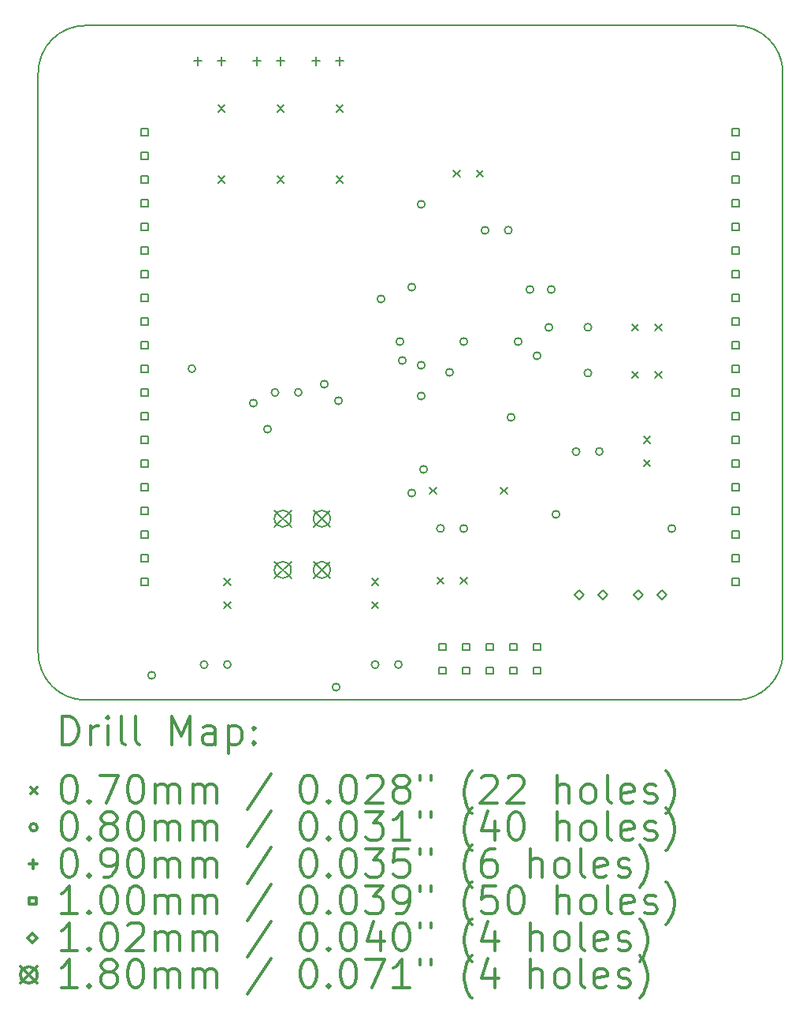
<source format=gbr>
%FSLAX45Y45*%
G04 Gerber Fmt 4.5, Leading zero omitted, Abs format (unit mm)*
G04 Created by KiCad (PCBNEW 4.0.7) date Wed Apr 18 20:52:39 2018*
%MOMM*%
%LPD*%
G01*
G04 APERTURE LIST*
%ADD10C,0.127000*%
%ADD11C,0.200000*%
%ADD12C,0.300000*%
G04 APERTURE END LIST*
D10*
D11*
X4064000Y-2349500D02*
X11049000Y-2349500D01*
X3556000Y-9080500D02*
X3556000Y-2857500D01*
X4064000Y-9588500D02*
X11049000Y-9588500D01*
X11557000Y-2857500D02*
X11557000Y-9080500D01*
X11049000Y-9588500D02*
G75*
G03X11557000Y-9080500I0J508000D01*
G01*
X3556000Y-9080500D02*
G75*
G03X4064000Y-9588500I508000J0D01*
G01*
X4064000Y-2349500D02*
G75*
G03X3556000Y-2857500I0J-508000D01*
G01*
X11557000Y-2857500D02*
G75*
G03X11049000Y-2349500I-508000J0D01*
G01*
D11*
X5489500Y-3203500D02*
X5559500Y-3273500D01*
X5559500Y-3203500D02*
X5489500Y-3273500D01*
X5489500Y-3965500D02*
X5559500Y-4035500D01*
X5559500Y-3965500D02*
X5489500Y-4035500D01*
X5553000Y-8283500D02*
X5623000Y-8353500D01*
X5623000Y-8283500D02*
X5553000Y-8353500D01*
X5553000Y-8533500D02*
X5623000Y-8603500D01*
X5623000Y-8533500D02*
X5553000Y-8603500D01*
X6124500Y-3203500D02*
X6194500Y-3273500D01*
X6194500Y-3203500D02*
X6124500Y-3273500D01*
X6124500Y-3965500D02*
X6194500Y-4035500D01*
X6194500Y-3965500D02*
X6124500Y-4035500D01*
X6759500Y-3203500D02*
X6829500Y-3273500D01*
X6829500Y-3203500D02*
X6759500Y-3273500D01*
X6759500Y-3965500D02*
X6829500Y-4035500D01*
X6829500Y-3965500D02*
X6759500Y-4035500D01*
X7140500Y-8283500D02*
X7210500Y-8353500D01*
X7210500Y-8283500D02*
X7140500Y-8353500D01*
X7140500Y-8533500D02*
X7210500Y-8603500D01*
X7210500Y-8533500D02*
X7140500Y-8603500D01*
X7762800Y-7305600D02*
X7832800Y-7375600D01*
X7832800Y-7305600D02*
X7762800Y-7375600D01*
X7843000Y-8270800D02*
X7913000Y-8340800D01*
X7913000Y-8270800D02*
X7843000Y-8340800D01*
X8016800Y-3902000D02*
X8086800Y-3972000D01*
X8086800Y-3902000D02*
X8016800Y-3972000D01*
X8093000Y-8270800D02*
X8163000Y-8340800D01*
X8163000Y-8270800D02*
X8093000Y-8340800D01*
X8266800Y-3902000D02*
X8336800Y-3972000D01*
X8336800Y-3902000D02*
X8266800Y-3972000D01*
X8524800Y-7305600D02*
X8594800Y-7375600D01*
X8594800Y-7305600D02*
X8524800Y-7375600D01*
X9934500Y-5553000D02*
X10004500Y-5623000D01*
X10004500Y-5553000D02*
X9934500Y-5623000D01*
X9934500Y-6061000D02*
X10004500Y-6131000D01*
X10004500Y-6061000D02*
X9934500Y-6131000D01*
X10061500Y-6759500D02*
X10131500Y-6829500D01*
X10131500Y-6759500D02*
X10061500Y-6829500D01*
X10061500Y-7009500D02*
X10131500Y-7079500D01*
X10131500Y-7009500D02*
X10061500Y-7079500D01*
X10184500Y-5553000D02*
X10254500Y-5623000D01*
X10254500Y-5553000D02*
X10184500Y-5623000D01*
X10184500Y-6061000D02*
X10254500Y-6131000D01*
X10254500Y-6061000D02*
X10184500Y-6131000D01*
X4815200Y-9321800D02*
G75*
G03X4815200Y-9321800I-40000J0D01*
G01*
X5247000Y-6032500D02*
G75*
G03X5247000Y-6032500I-40000J0D01*
G01*
X5378000Y-9207500D02*
G75*
G03X5378000Y-9207500I-40000J0D01*
G01*
X5628000Y-9207500D02*
G75*
G03X5628000Y-9207500I-40000J0D01*
G01*
X5907400Y-6400800D02*
G75*
G03X5907400Y-6400800I-40000J0D01*
G01*
X6059800Y-6680200D02*
G75*
G03X6059800Y-6680200I-40000J0D01*
G01*
X6140000Y-6286500D02*
G75*
G03X6140000Y-6286500I-40000J0D01*
G01*
X6390000Y-6286500D02*
G75*
G03X6390000Y-6286500I-40000J0D01*
G01*
X6669400Y-6197600D02*
G75*
G03X6669400Y-6197600I-40000J0D01*
G01*
X6796400Y-9448800D02*
G75*
G03X6796400Y-9448800I-40000J0D01*
G01*
X6821800Y-6375400D02*
G75*
G03X6821800Y-6375400I-40000J0D01*
G01*
X7215500Y-9207500D02*
G75*
G03X7215500Y-9207500I-40000J0D01*
G01*
X7279000Y-5283200D02*
G75*
G03X7279000Y-5283200I-40000J0D01*
G01*
X7465500Y-9207500D02*
G75*
G03X7465500Y-9207500I-40000J0D01*
G01*
X7482200Y-5740400D02*
G75*
G03X7482200Y-5740400I-40000J0D01*
G01*
X7507600Y-5943600D02*
G75*
G03X7507600Y-5943600I-40000J0D01*
G01*
X7609200Y-5156200D02*
G75*
G03X7609200Y-5156200I-40000J0D01*
G01*
X7609200Y-7366000D02*
G75*
G03X7609200Y-7366000I-40000J0D01*
G01*
X7710800Y-4267200D02*
G75*
G03X7710800Y-4267200I-40000J0D01*
G01*
X7710800Y-5994400D02*
G75*
G03X7710800Y-5994400I-40000J0D01*
G01*
X7710800Y-6324600D02*
G75*
G03X7710800Y-6324600I-40000J0D01*
G01*
X7736200Y-7112000D02*
G75*
G03X7736200Y-7112000I-40000J0D01*
G01*
X7918000Y-7747000D02*
G75*
G03X7918000Y-7747000I-40000J0D01*
G01*
X8015600Y-6070600D02*
G75*
G03X8015600Y-6070600I-40000J0D01*
G01*
X8168000Y-5740400D02*
G75*
G03X8168000Y-5740400I-40000J0D01*
G01*
X8168000Y-7747000D02*
G75*
G03X8168000Y-7747000I-40000J0D01*
G01*
X8396600Y-4546600D02*
G75*
G03X8396600Y-4546600I-40000J0D01*
G01*
X8646600Y-4546600D02*
G75*
G03X8646600Y-4546600I-40000J0D01*
G01*
X8676000Y-6553200D02*
G75*
G03X8676000Y-6553200I-40000J0D01*
G01*
X8752200Y-5740400D02*
G75*
G03X8752200Y-5740400I-40000J0D01*
G01*
X8879200Y-5181600D02*
G75*
G03X8879200Y-5181600I-40000J0D01*
G01*
X8955400Y-5892800D02*
G75*
G03X8955400Y-5892800I-40000J0D01*
G01*
X9082400Y-5588000D02*
G75*
G03X9082400Y-5588000I-40000J0D01*
G01*
X9107800Y-5181600D02*
G75*
G03X9107800Y-5181600I-40000J0D01*
G01*
X9158600Y-7594600D02*
G75*
G03X9158600Y-7594600I-40000J0D01*
G01*
X9374500Y-6921500D02*
G75*
G03X9374500Y-6921500I-40000J0D01*
G01*
X9501500Y-5588000D02*
G75*
G03X9501500Y-5588000I-40000J0D01*
G01*
X9501500Y-6078000D02*
G75*
G03X9501500Y-6078000I-40000J0D01*
G01*
X9624500Y-6921500D02*
G75*
G03X9624500Y-6921500I-40000J0D01*
G01*
X10403200Y-7747000D02*
G75*
G03X10403200Y-7747000I-40000J0D01*
G01*
X5270500Y-2685500D02*
X5270500Y-2775500D01*
X5225500Y-2730500D02*
X5315500Y-2730500D01*
X5524500Y-2685500D02*
X5524500Y-2775500D01*
X5479500Y-2730500D02*
X5569500Y-2730500D01*
X5905500Y-2685500D02*
X5905500Y-2775500D01*
X5860500Y-2730500D02*
X5950500Y-2730500D01*
X6159500Y-2685500D02*
X6159500Y-2775500D01*
X6114500Y-2730500D02*
X6204500Y-2730500D01*
X6540500Y-2685500D02*
X6540500Y-2775500D01*
X6495500Y-2730500D02*
X6585500Y-2730500D01*
X6794500Y-2685500D02*
X6794500Y-2775500D01*
X6749500Y-2730500D02*
X6839500Y-2730500D01*
X4734356Y-3527856D02*
X4734356Y-3457144D01*
X4663644Y-3457144D01*
X4663644Y-3527856D01*
X4734356Y-3527856D01*
X4734356Y-3781856D02*
X4734356Y-3711144D01*
X4663644Y-3711144D01*
X4663644Y-3781856D01*
X4734356Y-3781856D01*
X4734356Y-4035856D02*
X4734356Y-3965144D01*
X4663644Y-3965144D01*
X4663644Y-4035856D01*
X4734356Y-4035856D01*
X4734356Y-4289856D02*
X4734356Y-4219144D01*
X4663644Y-4219144D01*
X4663644Y-4289856D01*
X4734356Y-4289856D01*
X4734356Y-4543856D02*
X4734356Y-4473144D01*
X4663644Y-4473144D01*
X4663644Y-4543856D01*
X4734356Y-4543856D01*
X4734356Y-4797856D02*
X4734356Y-4727144D01*
X4663644Y-4727144D01*
X4663644Y-4797856D01*
X4734356Y-4797856D01*
X4734356Y-5051856D02*
X4734356Y-4981144D01*
X4663644Y-4981144D01*
X4663644Y-5051856D01*
X4734356Y-5051856D01*
X4734356Y-5305856D02*
X4734356Y-5235144D01*
X4663644Y-5235144D01*
X4663644Y-5305856D01*
X4734356Y-5305856D01*
X4734356Y-5559856D02*
X4734356Y-5489144D01*
X4663644Y-5489144D01*
X4663644Y-5559856D01*
X4734356Y-5559856D01*
X4734356Y-5813856D02*
X4734356Y-5743144D01*
X4663644Y-5743144D01*
X4663644Y-5813856D01*
X4734356Y-5813856D01*
X4734356Y-6067856D02*
X4734356Y-5997144D01*
X4663644Y-5997144D01*
X4663644Y-6067856D01*
X4734356Y-6067856D01*
X4734356Y-6321856D02*
X4734356Y-6251144D01*
X4663644Y-6251144D01*
X4663644Y-6321856D01*
X4734356Y-6321856D01*
X4734356Y-6575856D02*
X4734356Y-6505144D01*
X4663644Y-6505144D01*
X4663644Y-6575856D01*
X4734356Y-6575856D01*
X4734356Y-6829856D02*
X4734356Y-6759144D01*
X4663644Y-6759144D01*
X4663644Y-6829856D01*
X4734356Y-6829856D01*
X4734356Y-7083856D02*
X4734356Y-7013144D01*
X4663644Y-7013144D01*
X4663644Y-7083856D01*
X4734356Y-7083856D01*
X4734356Y-7337856D02*
X4734356Y-7267144D01*
X4663644Y-7267144D01*
X4663644Y-7337856D01*
X4734356Y-7337856D01*
X4734356Y-7591856D02*
X4734356Y-7521144D01*
X4663644Y-7521144D01*
X4663644Y-7591856D01*
X4734356Y-7591856D01*
X4734356Y-7845856D02*
X4734356Y-7775144D01*
X4663644Y-7775144D01*
X4663644Y-7845856D01*
X4734356Y-7845856D01*
X4734356Y-8099856D02*
X4734356Y-8029144D01*
X4663644Y-8029144D01*
X4663644Y-8099856D01*
X4734356Y-8099856D01*
X4734356Y-8353856D02*
X4734356Y-8283144D01*
X4663644Y-8283144D01*
X4663644Y-8353856D01*
X4734356Y-8353856D01*
X7934756Y-9052356D02*
X7934756Y-8981644D01*
X7864044Y-8981644D01*
X7864044Y-9052356D01*
X7934756Y-9052356D01*
X7934756Y-9306356D02*
X7934756Y-9235644D01*
X7864044Y-9235644D01*
X7864044Y-9306356D01*
X7934756Y-9306356D01*
X8188756Y-9052356D02*
X8188756Y-8981644D01*
X8118044Y-8981644D01*
X8118044Y-9052356D01*
X8188756Y-9052356D01*
X8188756Y-9306356D02*
X8188756Y-9235644D01*
X8118044Y-9235644D01*
X8118044Y-9306356D01*
X8188756Y-9306356D01*
X8442756Y-9052356D02*
X8442756Y-8981644D01*
X8372044Y-8981644D01*
X8372044Y-9052356D01*
X8442756Y-9052356D01*
X8442756Y-9306356D02*
X8442756Y-9235644D01*
X8372044Y-9235644D01*
X8372044Y-9306356D01*
X8442756Y-9306356D01*
X8696756Y-9052356D02*
X8696756Y-8981644D01*
X8626044Y-8981644D01*
X8626044Y-9052356D01*
X8696756Y-9052356D01*
X8696756Y-9306356D02*
X8696756Y-9235644D01*
X8626044Y-9235644D01*
X8626044Y-9306356D01*
X8696756Y-9306356D01*
X8950756Y-9052356D02*
X8950756Y-8981644D01*
X8880044Y-8981644D01*
X8880044Y-9052356D01*
X8950756Y-9052356D01*
X8950756Y-9306356D02*
X8950756Y-9235644D01*
X8880044Y-9235644D01*
X8880044Y-9306356D01*
X8950756Y-9306356D01*
X11084356Y-3527856D02*
X11084356Y-3457144D01*
X11013644Y-3457144D01*
X11013644Y-3527856D01*
X11084356Y-3527856D01*
X11084356Y-3781856D02*
X11084356Y-3711144D01*
X11013644Y-3711144D01*
X11013644Y-3781856D01*
X11084356Y-3781856D01*
X11084356Y-4035856D02*
X11084356Y-3965144D01*
X11013644Y-3965144D01*
X11013644Y-4035856D01*
X11084356Y-4035856D01*
X11084356Y-4289856D02*
X11084356Y-4219144D01*
X11013644Y-4219144D01*
X11013644Y-4289856D01*
X11084356Y-4289856D01*
X11084356Y-4543856D02*
X11084356Y-4473144D01*
X11013644Y-4473144D01*
X11013644Y-4543856D01*
X11084356Y-4543856D01*
X11084356Y-4797856D02*
X11084356Y-4727144D01*
X11013644Y-4727144D01*
X11013644Y-4797856D01*
X11084356Y-4797856D01*
X11084356Y-5051856D02*
X11084356Y-4981144D01*
X11013644Y-4981144D01*
X11013644Y-5051856D01*
X11084356Y-5051856D01*
X11084356Y-5305856D02*
X11084356Y-5235144D01*
X11013644Y-5235144D01*
X11013644Y-5305856D01*
X11084356Y-5305856D01*
X11084356Y-5559856D02*
X11084356Y-5489144D01*
X11013644Y-5489144D01*
X11013644Y-5559856D01*
X11084356Y-5559856D01*
X11084356Y-5813856D02*
X11084356Y-5743144D01*
X11013644Y-5743144D01*
X11013644Y-5813856D01*
X11084356Y-5813856D01*
X11084356Y-6067856D02*
X11084356Y-5997144D01*
X11013644Y-5997144D01*
X11013644Y-6067856D01*
X11084356Y-6067856D01*
X11084356Y-6321856D02*
X11084356Y-6251144D01*
X11013644Y-6251144D01*
X11013644Y-6321856D01*
X11084356Y-6321856D01*
X11084356Y-6575856D02*
X11084356Y-6505144D01*
X11013644Y-6505144D01*
X11013644Y-6575856D01*
X11084356Y-6575856D01*
X11084356Y-6829856D02*
X11084356Y-6759144D01*
X11013644Y-6759144D01*
X11013644Y-6829856D01*
X11084356Y-6829856D01*
X11084356Y-7083856D02*
X11084356Y-7013144D01*
X11013644Y-7013144D01*
X11013644Y-7083856D01*
X11084356Y-7083856D01*
X11084356Y-7337856D02*
X11084356Y-7267144D01*
X11013644Y-7267144D01*
X11013644Y-7337856D01*
X11084356Y-7337856D01*
X11084356Y-7591856D02*
X11084356Y-7521144D01*
X11013644Y-7521144D01*
X11013644Y-7591856D01*
X11084356Y-7591856D01*
X11084356Y-7845856D02*
X11084356Y-7775144D01*
X11013644Y-7775144D01*
X11013644Y-7845856D01*
X11084356Y-7845856D01*
X11084356Y-8099856D02*
X11084356Y-8029144D01*
X11013644Y-8029144D01*
X11013644Y-8099856D01*
X11084356Y-8099856D01*
X11084356Y-8353856D02*
X11084356Y-8283144D01*
X11013644Y-8283144D01*
X11013644Y-8353856D01*
X11084356Y-8353856D01*
X9372600Y-8509000D02*
X9423400Y-8458200D01*
X9372600Y-8407400D01*
X9321800Y-8458200D01*
X9372600Y-8509000D01*
X9626600Y-8509000D02*
X9677400Y-8458200D01*
X9626600Y-8407400D01*
X9575800Y-8458200D01*
X9626600Y-8509000D01*
X10007600Y-8509000D02*
X10058400Y-8458200D01*
X10007600Y-8407400D01*
X9956800Y-8458200D01*
X10007600Y-8509000D01*
X10261600Y-8509000D02*
X10312400Y-8458200D01*
X10261600Y-8407400D01*
X10210800Y-8458200D01*
X10261600Y-8509000D01*
X6094000Y-7551500D02*
X6274000Y-7731500D01*
X6274000Y-7551500D02*
X6094000Y-7731500D01*
X6274000Y-7641500D02*
G75*
G03X6274000Y-7641500I-90000J0D01*
G01*
X6094000Y-8101500D02*
X6274000Y-8281500D01*
X6274000Y-8101500D02*
X6094000Y-8281500D01*
X6274000Y-8191500D02*
G75*
G03X6274000Y-8191500I-90000J0D01*
G01*
X6514000Y-7551500D02*
X6694000Y-7731500D01*
X6694000Y-7551500D02*
X6514000Y-7731500D01*
X6694000Y-7641500D02*
G75*
G03X6694000Y-7641500I-90000J0D01*
G01*
X6514000Y-8101500D02*
X6694000Y-8281500D01*
X6694000Y-8101500D02*
X6514000Y-8281500D01*
X6694000Y-8191500D02*
G75*
G03X6694000Y-8191500I-90000J0D01*
G01*
D12*
X3817428Y-10064214D02*
X3817428Y-9764214D01*
X3888857Y-9764214D01*
X3931714Y-9778500D01*
X3960286Y-9807072D01*
X3974571Y-9835643D01*
X3988857Y-9892786D01*
X3988857Y-9935643D01*
X3974571Y-9992786D01*
X3960286Y-10021357D01*
X3931714Y-10049929D01*
X3888857Y-10064214D01*
X3817428Y-10064214D01*
X4117428Y-10064214D02*
X4117428Y-9864214D01*
X4117428Y-9921357D02*
X4131714Y-9892786D01*
X4146000Y-9878500D01*
X4174571Y-9864214D01*
X4203143Y-9864214D01*
X4303143Y-10064214D02*
X4303143Y-9864214D01*
X4303143Y-9764214D02*
X4288857Y-9778500D01*
X4303143Y-9792786D01*
X4317429Y-9778500D01*
X4303143Y-9764214D01*
X4303143Y-9792786D01*
X4488857Y-10064214D02*
X4460286Y-10049929D01*
X4446000Y-10021357D01*
X4446000Y-9764214D01*
X4646000Y-10064214D02*
X4617429Y-10049929D01*
X4603143Y-10021357D01*
X4603143Y-9764214D01*
X4988857Y-10064214D02*
X4988857Y-9764214D01*
X5088857Y-9978500D01*
X5188857Y-9764214D01*
X5188857Y-10064214D01*
X5460286Y-10064214D02*
X5460286Y-9907072D01*
X5446000Y-9878500D01*
X5417429Y-9864214D01*
X5360286Y-9864214D01*
X5331714Y-9878500D01*
X5460286Y-10049929D02*
X5431714Y-10064214D01*
X5360286Y-10064214D01*
X5331714Y-10049929D01*
X5317429Y-10021357D01*
X5317429Y-9992786D01*
X5331714Y-9964214D01*
X5360286Y-9949929D01*
X5431714Y-9949929D01*
X5460286Y-9935643D01*
X5603143Y-9864214D02*
X5603143Y-10164214D01*
X5603143Y-9878500D02*
X5631714Y-9864214D01*
X5688857Y-9864214D01*
X5717428Y-9878500D01*
X5731714Y-9892786D01*
X5746000Y-9921357D01*
X5746000Y-10007072D01*
X5731714Y-10035643D01*
X5717428Y-10049929D01*
X5688857Y-10064214D01*
X5631714Y-10064214D01*
X5603143Y-10049929D01*
X5874571Y-10035643D02*
X5888857Y-10049929D01*
X5874571Y-10064214D01*
X5860286Y-10049929D01*
X5874571Y-10035643D01*
X5874571Y-10064214D01*
X5874571Y-9878500D02*
X5888857Y-9892786D01*
X5874571Y-9907072D01*
X5860286Y-9892786D01*
X5874571Y-9878500D01*
X5874571Y-9907072D01*
X3476000Y-10523500D02*
X3546000Y-10593500D01*
X3546000Y-10523500D02*
X3476000Y-10593500D01*
X3874571Y-10394214D02*
X3903143Y-10394214D01*
X3931714Y-10408500D01*
X3946000Y-10422786D01*
X3960286Y-10451357D01*
X3974571Y-10508500D01*
X3974571Y-10579929D01*
X3960286Y-10637072D01*
X3946000Y-10665643D01*
X3931714Y-10679929D01*
X3903143Y-10694214D01*
X3874571Y-10694214D01*
X3846000Y-10679929D01*
X3831714Y-10665643D01*
X3817428Y-10637072D01*
X3803143Y-10579929D01*
X3803143Y-10508500D01*
X3817428Y-10451357D01*
X3831714Y-10422786D01*
X3846000Y-10408500D01*
X3874571Y-10394214D01*
X4103143Y-10665643D02*
X4117428Y-10679929D01*
X4103143Y-10694214D01*
X4088857Y-10679929D01*
X4103143Y-10665643D01*
X4103143Y-10694214D01*
X4217428Y-10394214D02*
X4417428Y-10394214D01*
X4288857Y-10694214D01*
X4588857Y-10394214D02*
X4617429Y-10394214D01*
X4646000Y-10408500D01*
X4660286Y-10422786D01*
X4674571Y-10451357D01*
X4688857Y-10508500D01*
X4688857Y-10579929D01*
X4674571Y-10637072D01*
X4660286Y-10665643D01*
X4646000Y-10679929D01*
X4617429Y-10694214D01*
X4588857Y-10694214D01*
X4560286Y-10679929D01*
X4546000Y-10665643D01*
X4531714Y-10637072D01*
X4517429Y-10579929D01*
X4517429Y-10508500D01*
X4531714Y-10451357D01*
X4546000Y-10422786D01*
X4560286Y-10408500D01*
X4588857Y-10394214D01*
X4817429Y-10694214D02*
X4817429Y-10494214D01*
X4817429Y-10522786D02*
X4831714Y-10508500D01*
X4860286Y-10494214D01*
X4903143Y-10494214D01*
X4931714Y-10508500D01*
X4946000Y-10537072D01*
X4946000Y-10694214D01*
X4946000Y-10537072D02*
X4960286Y-10508500D01*
X4988857Y-10494214D01*
X5031714Y-10494214D01*
X5060286Y-10508500D01*
X5074571Y-10537072D01*
X5074571Y-10694214D01*
X5217429Y-10694214D02*
X5217429Y-10494214D01*
X5217429Y-10522786D02*
X5231714Y-10508500D01*
X5260286Y-10494214D01*
X5303143Y-10494214D01*
X5331714Y-10508500D01*
X5346000Y-10537072D01*
X5346000Y-10694214D01*
X5346000Y-10537072D02*
X5360286Y-10508500D01*
X5388857Y-10494214D01*
X5431714Y-10494214D01*
X5460286Y-10508500D01*
X5474571Y-10537072D01*
X5474571Y-10694214D01*
X6060286Y-10379929D02*
X5803143Y-10765643D01*
X6446000Y-10394214D02*
X6474571Y-10394214D01*
X6503143Y-10408500D01*
X6517428Y-10422786D01*
X6531714Y-10451357D01*
X6546000Y-10508500D01*
X6546000Y-10579929D01*
X6531714Y-10637072D01*
X6517428Y-10665643D01*
X6503143Y-10679929D01*
X6474571Y-10694214D01*
X6446000Y-10694214D01*
X6417428Y-10679929D01*
X6403143Y-10665643D01*
X6388857Y-10637072D01*
X6374571Y-10579929D01*
X6374571Y-10508500D01*
X6388857Y-10451357D01*
X6403143Y-10422786D01*
X6417428Y-10408500D01*
X6446000Y-10394214D01*
X6674571Y-10665643D02*
X6688857Y-10679929D01*
X6674571Y-10694214D01*
X6660286Y-10679929D01*
X6674571Y-10665643D01*
X6674571Y-10694214D01*
X6874571Y-10394214D02*
X6903143Y-10394214D01*
X6931714Y-10408500D01*
X6946000Y-10422786D01*
X6960285Y-10451357D01*
X6974571Y-10508500D01*
X6974571Y-10579929D01*
X6960285Y-10637072D01*
X6946000Y-10665643D01*
X6931714Y-10679929D01*
X6903143Y-10694214D01*
X6874571Y-10694214D01*
X6846000Y-10679929D01*
X6831714Y-10665643D01*
X6817428Y-10637072D01*
X6803143Y-10579929D01*
X6803143Y-10508500D01*
X6817428Y-10451357D01*
X6831714Y-10422786D01*
X6846000Y-10408500D01*
X6874571Y-10394214D01*
X7088857Y-10422786D02*
X7103143Y-10408500D01*
X7131714Y-10394214D01*
X7203143Y-10394214D01*
X7231714Y-10408500D01*
X7246000Y-10422786D01*
X7260285Y-10451357D01*
X7260285Y-10479929D01*
X7246000Y-10522786D01*
X7074571Y-10694214D01*
X7260285Y-10694214D01*
X7431714Y-10522786D02*
X7403143Y-10508500D01*
X7388857Y-10494214D01*
X7374571Y-10465643D01*
X7374571Y-10451357D01*
X7388857Y-10422786D01*
X7403143Y-10408500D01*
X7431714Y-10394214D01*
X7488857Y-10394214D01*
X7517428Y-10408500D01*
X7531714Y-10422786D01*
X7546000Y-10451357D01*
X7546000Y-10465643D01*
X7531714Y-10494214D01*
X7517428Y-10508500D01*
X7488857Y-10522786D01*
X7431714Y-10522786D01*
X7403143Y-10537072D01*
X7388857Y-10551357D01*
X7374571Y-10579929D01*
X7374571Y-10637072D01*
X7388857Y-10665643D01*
X7403143Y-10679929D01*
X7431714Y-10694214D01*
X7488857Y-10694214D01*
X7517428Y-10679929D01*
X7531714Y-10665643D01*
X7546000Y-10637072D01*
X7546000Y-10579929D01*
X7531714Y-10551357D01*
X7517428Y-10537072D01*
X7488857Y-10522786D01*
X7660286Y-10394214D02*
X7660286Y-10451357D01*
X7774571Y-10394214D02*
X7774571Y-10451357D01*
X8217428Y-10808500D02*
X8203143Y-10794214D01*
X8174571Y-10751357D01*
X8160285Y-10722786D01*
X8146000Y-10679929D01*
X8131714Y-10608500D01*
X8131714Y-10551357D01*
X8146000Y-10479929D01*
X8160285Y-10437072D01*
X8174571Y-10408500D01*
X8203143Y-10365643D01*
X8217428Y-10351357D01*
X8317428Y-10422786D02*
X8331714Y-10408500D01*
X8360285Y-10394214D01*
X8431714Y-10394214D01*
X8460286Y-10408500D01*
X8474571Y-10422786D01*
X8488857Y-10451357D01*
X8488857Y-10479929D01*
X8474571Y-10522786D01*
X8303143Y-10694214D01*
X8488857Y-10694214D01*
X8603143Y-10422786D02*
X8617428Y-10408500D01*
X8646000Y-10394214D01*
X8717428Y-10394214D01*
X8746000Y-10408500D01*
X8760286Y-10422786D01*
X8774571Y-10451357D01*
X8774571Y-10479929D01*
X8760286Y-10522786D01*
X8588857Y-10694214D01*
X8774571Y-10694214D01*
X9131714Y-10694214D02*
X9131714Y-10394214D01*
X9260286Y-10694214D02*
X9260286Y-10537072D01*
X9246000Y-10508500D01*
X9217428Y-10494214D01*
X9174571Y-10494214D01*
X9146000Y-10508500D01*
X9131714Y-10522786D01*
X9446000Y-10694214D02*
X9417428Y-10679929D01*
X9403143Y-10665643D01*
X9388857Y-10637072D01*
X9388857Y-10551357D01*
X9403143Y-10522786D01*
X9417428Y-10508500D01*
X9446000Y-10494214D01*
X9488857Y-10494214D01*
X9517428Y-10508500D01*
X9531714Y-10522786D01*
X9546000Y-10551357D01*
X9546000Y-10637072D01*
X9531714Y-10665643D01*
X9517428Y-10679929D01*
X9488857Y-10694214D01*
X9446000Y-10694214D01*
X9717428Y-10694214D02*
X9688857Y-10679929D01*
X9674571Y-10651357D01*
X9674571Y-10394214D01*
X9946000Y-10679929D02*
X9917429Y-10694214D01*
X9860286Y-10694214D01*
X9831714Y-10679929D01*
X9817429Y-10651357D01*
X9817429Y-10537072D01*
X9831714Y-10508500D01*
X9860286Y-10494214D01*
X9917429Y-10494214D01*
X9946000Y-10508500D01*
X9960286Y-10537072D01*
X9960286Y-10565643D01*
X9817429Y-10594214D01*
X10074571Y-10679929D02*
X10103143Y-10694214D01*
X10160286Y-10694214D01*
X10188857Y-10679929D01*
X10203143Y-10651357D01*
X10203143Y-10637072D01*
X10188857Y-10608500D01*
X10160286Y-10594214D01*
X10117429Y-10594214D01*
X10088857Y-10579929D01*
X10074571Y-10551357D01*
X10074571Y-10537072D01*
X10088857Y-10508500D01*
X10117429Y-10494214D01*
X10160286Y-10494214D01*
X10188857Y-10508500D01*
X10303143Y-10808500D02*
X10317429Y-10794214D01*
X10346000Y-10751357D01*
X10360286Y-10722786D01*
X10374571Y-10679929D01*
X10388857Y-10608500D01*
X10388857Y-10551357D01*
X10374571Y-10479929D01*
X10360286Y-10437072D01*
X10346000Y-10408500D01*
X10317429Y-10365643D01*
X10303143Y-10351357D01*
X3546000Y-10954500D02*
G75*
G03X3546000Y-10954500I-40000J0D01*
G01*
X3874571Y-10790214D02*
X3903143Y-10790214D01*
X3931714Y-10804500D01*
X3946000Y-10818786D01*
X3960286Y-10847357D01*
X3974571Y-10904500D01*
X3974571Y-10975929D01*
X3960286Y-11033072D01*
X3946000Y-11061643D01*
X3931714Y-11075929D01*
X3903143Y-11090214D01*
X3874571Y-11090214D01*
X3846000Y-11075929D01*
X3831714Y-11061643D01*
X3817428Y-11033072D01*
X3803143Y-10975929D01*
X3803143Y-10904500D01*
X3817428Y-10847357D01*
X3831714Y-10818786D01*
X3846000Y-10804500D01*
X3874571Y-10790214D01*
X4103143Y-11061643D02*
X4117428Y-11075929D01*
X4103143Y-11090214D01*
X4088857Y-11075929D01*
X4103143Y-11061643D01*
X4103143Y-11090214D01*
X4288857Y-10918786D02*
X4260286Y-10904500D01*
X4246000Y-10890214D01*
X4231714Y-10861643D01*
X4231714Y-10847357D01*
X4246000Y-10818786D01*
X4260286Y-10804500D01*
X4288857Y-10790214D01*
X4346000Y-10790214D01*
X4374571Y-10804500D01*
X4388857Y-10818786D01*
X4403143Y-10847357D01*
X4403143Y-10861643D01*
X4388857Y-10890214D01*
X4374571Y-10904500D01*
X4346000Y-10918786D01*
X4288857Y-10918786D01*
X4260286Y-10933072D01*
X4246000Y-10947357D01*
X4231714Y-10975929D01*
X4231714Y-11033072D01*
X4246000Y-11061643D01*
X4260286Y-11075929D01*
X4288857Y-11090214D01*
X4346000Y-11090214D01*
X4374571Y-11075929D01*
X4388857Y-11061643D01*
X4403143Y-11033072D01*
X4403143Y-10975929D01*
X4388857Y-10947357D01*
X4374571Y-10933072D01*
X4346000Y-10918786D01*
X4588857Y-10790214D02*
X4617429Y-10790214D01*
X4646000Y-10804500D01*
X4660286Y-10818786D01*
X4674571Y-10847357D01*
X4688857Y-10904500D01*
X4688857Y-10975929D01*
X4674571Y-11033072D01*
X4660286Y-11061643D01*
X4646000Y-11075929D01*
X4617429Y-11090214D01*
X4588857Y-11090214D01*
X4560286Y-11075929D01*
X4546000Y-11061643D01*
X4531714Y-11033072D01*
X4517429Y-10975929D01*
X4517429Y-10904500D01*
X4531714Y-10847357D01*
X4546000Y-10818786D01*
X4560286Y-10804500D01*
X4588857Y-10790214D01*
X4817429Y-11090214D02*
X4817429Y-10890214D01*
X4817429Y-10918786D02*
X4831714Y-10904500D01*
X4860286Y-10890214D01*
X4903143Y-10890214D01*
X4931714Y-10904500D01*
X4946000Y-10933072D01*
X4946000Y-11090214D01*
X4946000Y-10933072D02*
X4960286Y-10904500D01*
X4988857Y-10890214D01*
X5031714Y-10890214D01*
X5060286Y-10904500D01*
X5074571Y-10933072D01*
X5074571Y-11090214D01*
X5217429Y-11090214D02*
X5217429Y-10890214D01*
X5217429Y-10918786D02*
X5231714Y-10904500D01*
X5260286Y-10890214D01*
X5303143Y-10890214D01*
X5331714Y-10904500D01*
X5346000Y-10933072D01*
X5346000Y-11090214D01*
X5346000Y-10933072D02*
X5360286Y-10904500D01*
X5388857Y-10890214D01*
X5431714Y-10890214D01*
X5460286Y-10904500D01*
X5474571Y-10933072D01*
X5474571Y-11090214D01*
X6060286Y-10775929D02*
X5803143Y-11161643D01*
X6446000Y-10790214D02*
X6474571Y-10790214D01*
X6503143Y-10804500D01*
X6517428Y-10818786D01*
X6531714Y-10847357D01*
X6546000Y-10904500D01*
X6546000Y-10975929D01*
X6531714Y-11033072D01*
X6517428Y-11061643D01*
X6503143Y-11075929D01*
X6474571Y-11090214D01*
X6446000Y-11090214D01*
X6417428Y-11075929D01*
X6403143Y-11061643D01*
X6388857Y-11033072D01*
X6374571Y-10975929D01*
X6374571Y-10904500D01*
X6388857Y-10847357D01*
X6403143Y-10818786D01*
X6417428Y-10804500D01*
X6446000Y-10790214D01*
X6674571Y-11061643D02*
X6688857Y-11075929D01*
X6674571Y-11090214D01*
X6660286Y-11075929D01*
X6674571Y-11061643D01*
X6674571Y-11090214D01*
X6874571Y-10790214D02*
X6903143Y-10790214D01*
X6931714Y-10804500D01*
X6946000Y-10818786D01*
X6960285Y-10847357D01*
X6974571Y-10904500D01*
X6974571Y-10975929D01*
X6960285Y-11033072D01*
X6946000Y-11061643D01*
X6931714Y-11075929D01*
X6903143Y-11090214D01*
X6874571Y-11090214D01*
X6846000Y-11075929D01*
X6831714Y-11061643D01*
X6817428Y-11033072D01*
X6803143Y-10975929D01*
X6803143Y-10904500D01*
X6817428Y-10847357D01*
X6831714Y-10818786D01*
X6846000Y-10804500D01*
X6874571Y-10790214D01*
X7074571Y-10790214D02*
X7260285Y-10790214D01*
X7160285Y-10904500D01*
X7203143Y-10904500D01*
X7231714Y-10918786D01*
X7246000Y-10933072D01*
X7260285Y-10961643D01*
X7260285Y-11033072D01*
X7246000Y-11061643D01*
X7231714Y-11075929D01*
X7203143Y-11090214D01*
X7117428Y-11090214D01*
X7088857Y-11075929D01*
X7074571Y-11061643D01*
X7546000Y-11090214D02*
X7374571Y-11090214D01*
X7460285Y-11090214D02*
X7460285Y-10790214D01*
X7431714Y-10833072D01*
X7403143Y-10861643D01*
X7374571Y-10875929D01*
X7660286Y-10790214D02*
X7660286Y-10847357D01*
X7774571Y-10790214D02*
X7774571Y-10847357D01*
X8217428Y-11204500D02*
X8203143Y-11190214D01*
X8174571Y-11147357D01*
X8160285Y-11118786D01*
X8146000Y-11075929D01*
X8131714Y-11004500D01*
X8131714Y-10947357D01*
X8146000Y-10875929D01*
X8160285Y-10833072D01*
X8174571Y-10804500D01*
X8203143Y-10761643D01*
X8217428Y-10747357D01*
X8460286Y-10890214D02*
X8460286Y-11090214D01*
X8388857Y-10775929D02*
X8317428Y-10990214D01*
X8503143Y-10990214D01*
X8674571Y-10790214D02*
X8703143Y-10790214D01*
X8731714Y-10804500D01*
X8746000Y-10818786D01*
X8760286Y-10847357D01*
X8774571Y-10904500D01*
X8774571Y-10975929D01*
X8760286Y-11033072D01*
X8746000Y-11061643D01*
X8731714Y-11075929D01*
X8703143Y-11090214D01*
X8674571Y-11090214D01*
X8646000Y-11075929D01*
X8631714Y-11061643D01*
X8617428Y-11033072D01*
X8603143Y-10975929D01*
X8603143Y-10904500D01*
X8617428Y-10847357D01*
X8631714Y-10818786D01*
X8646000Y-10804500D01*
X8674571Y-10790214D01*
X9131714Y-11090214D02*
X9131714Y-10790214D01*
X9260286Y-11090214D02*
X9260286Y-10933072D01*
X9246000Y-10904500D01*
X9217428Y-10890214D01*
X9174571Y-10890214D01*
X9146000Y-10904500D01*
X9131714Y-10918786D01*
X9446000Y-11090214D02*
X9417428Y-11075929D01*
X9403143Y-11061643D01*
X9388857Y-11033072D01*
X9388857Y-10947357D01*
X9403143Y-10918786D01*
X9417428Y-10904500D01*
X9446000Y-10890214D01*
X9488857Y-10890214D01*
X9517428Y-10904500D01*
X9531714Y-10918786D01*
X9546000Y-10947357D01*
X9546000Y-11033072D01*
X9531714Y-11061643D01*
X9517428Y-11075929D01*
X9488857Y-11090214D01*
X9446000Y-11090214D01*
X9717428Y-11090214D02*
X9688857Y-11075929D01*
X9674571Y-11047357D01*
X9674571Y-10790214D01*
X9946000Y-11075929D02*
X9917429Y-11090214D01*
X9860286Y-11090214D01*
X9831714Y-11075929D01*
X9817429Y-11047357D01*
X9817429Y-10933072D01*
X9831714Y-10904500D01*
X9860286Y-10890214D01*
X9917429Y-10890214D01*
X9946000Y-10904500D01*
X9960286Y-10933072D01*
X9960286Y-10961643D01*
X9817429Y-10990214D01*
X10074571Y-11075929D02*
X10103143Y-11090214D01*
X10160286Y-11090214D01*
X10188857Y-11075929D01*
X10203143Y-11047357D01*
X10203143Y-11033072D01*
X10188857Y-11004500D01*
X10160286Y-10990214D01*
X10117429Y-10990214D01*
X10088857Y-10975929D01*
X10074571Y-10947357D01*
X10074571Y-10933072D01*
X10088857Y-10904500D01*
X10117429Y-10890214D01*
X10160286Y-10890214D01*
X10188857Y-10904500D01*
X10303143Y-11204500D02*
X10317429Y-11190214D01*
X10346000Y-11147357D01*
X10360286Y-11118786D01*
X10374571Y-11075929D01*
X10388857Y-11004500D01*
X10388857Y-10947357D01*
X10374571Y-10875929D01*
X10360286Y-10833072D01*
X10346000Y-10804500D01*
X10317429Y-10761643D01*
X10303143Y-10747357D01*
X3501000Y-11305500D02*
X3501000Y-11395500D01*
X3456000Y-11350500D02*
X3546000Y-11350500D01*
X3874571Y-11186214D02*
X3903143Y-11186214D01*
X3931714Y-11200500D01*
X3946000Y-11214786D01*
X3960286Y-11243357D01*
X3974571Y-11300500D01*
X3974571Y-11371929D01*
X3960286Y-11429071D01*
X3946000Y-11457643D01*
X3931714Y-11471929D01*
X3903143Y-11486214D01*
X3874571Y-11486214D01*
X3846000Y-11471929D01*
X3831714Y-11457643D01*
X3817428Y-11429071D01*
X3803143Y-11371929D01*
X3803143Y-11300500D01*
X3817428Y-11243357D01*
X3831714Y-11214786D01*
X3846000Y-11200500D01*
X3874571Y-11186214D01*
X4103143Y-11457643D02*
X4117428Y-11471929D01*
X4103143Y-11486214D01*
X4088857Y-11471929D01*
X4103143Y-11457643D01*
X4103143Y-11486214D01*
X4260286Y-11486214D02*
X4317428Y-11486214D01*
X4346000Y-11471929D01*
X4360286Y-11457643D01*
X4388857Y-11414786D01*
X4403143Y-11357643D01*
X4403143Y-11243357D01*
X4388857Y-11214786D01*
X4374571Y-11200500D01*
X4346000Y-11186214D01*
X4288857Y-11186214D01*
X4260286Y-11200500D01*
X4246000Y-11214786D01*
X4231714Y-11243357D01*
X4231714Y-11314786D01*
X4246000Y-11343357D01*
X4260286Y-11357643D01*
X4288857Y-11371929D01*
X4346000Y-11371929D01*
X4374571Y-11357643D01*
X4388857Y-11343357D01*
X4403143Y-11314786D01*
X4588857Y-11186214D02*
X4617429Y-11186214D01*
X4646000Y-11200500D01*
X4660286Y-11214786D01*
X4674571Y-11243357D01*
X4688857Y-11300500D01*
X4688857Y-11371929D01*
X4674571Y-11429071D01*
X4660286Y-11457643D01*
X4646000Y-11471929D01*
X4617429Y-11486214D01*
X4588857Y-11486214D01*
X4560286Y-11471929D01*
X4546000Y-11457643D01*
X4531714Y-11429071D01*
X4517429Y-11371929D01*
X4517429Y-11300500D01*
X4531714Y-11243357D01*
X4546000Y-11214786D01*
X4560286Y-11200500D01*
X4588857Y-11186214D01*
X4817429Y-11486214D02*
X4817429Y-11286214D01*
X4817429Y-11314786D02*
X4831714Y-11300500D01*
X4860286Y-11286214D01*
X4903143Y-11286214D01*
X4931714Y-11300500D01*
X4946000Y-11329071D01*
X4946000Y-11486214D01*
X4946000Y-11329071D02*
X4960286Y-11300500D01*
X4988857Y-11286214D01*
X5031714Y-11286214D01*
X5060286Y-11300500D01*
X5074571Y-11329071D01*
X5074571Y-11486214D01*
X5217429Y-11486214D02*
X5217429Y-11286214D01*
X5217429Y-11314786D02*
X5231714Y-11300500D01*
X5260286Y-11286214D01*
X5303143Y-11286214D01*
X5331714Y-11300500D01*
X5346000Y-11329071D01*
X5346000Y-11486214D01*
X5346000Y-11329071D02*
X5360286Y-11300500D01*
X5388857Y-11286214D01*
X5431714Y-11286214D01*
X5460286Y-11300500D01*
X5474571Y-11329071D01*
X5474571Y-11486214D01*
X6060286Y-11171929D02*
X5803143Y-11557643D01*
X6446000Y-11186214D02*
X6474571Y-11186214D01*
X6503143Y-11200500D01*
X6517428Y-11214786D01*
X6531714Y-11243357D01*
X6546000Y-11300500D01*
X6546000Y-11371929D01*
X6531714Y-11429071D01*
X6517428Y-11457643D01*
X6503143Y-11471929D01*
X6474571Y-11486214D01*
X6446000Y-11486214D01*
X6417428Y-11471929D01*
X6403143Y-11457643D01*
X6388857Y-11429071D01*
X6374571Y-11371929D01*
X6374571Y-11300500D01*
X6388857Y-11243357D01*
X6403143Y-11214786D01*
X6417428Y-11200500D01*
X6446000Y-11186214D01*
X6674571Y-11457643D02*
X6688857Y-11471929D01*
X6674571Y-11486214D01*
X6660286Y-11471929D01*
X6674571Y-11457643D01*
X6674571Y-11486214D01*
X6874571Y-11186214D02*
X6903143Y-11186214D01*
X6931714Y-11200500D01*
X6946000Y-11214786D01*
X6960285Y-11243357D01*
X6974571Y-11300500D01*
X6974571Y-11371929D01*
X6960285Y-11429071D01*
X6946000Y-11457643D01*
X6931714Y-11471929D01*
X6903143Y-11486214D01*
X6874571Y-11486214D01*
X6846000Y-11471929D01*
X6831714Y-11457643D01*
X6817428Y-11429071D01*
X6803143Y-11371929D01*
X6803143Y-11300500D01*
X6817428Y-11243357D01*
X6831714Y-11214786D01*
X6846000Y-11200500D01*
X6874571Y-11186214D01*
X7074571Y-11186214D02*
X7260285Y-11186214D01*
X7160285Y-11300500D01*
X7203143Y-11300500D01*
X7231714Y-11314786D01*
X7246000Y-11329071D01*
X7260285Y-11357643D01*
X7260285Y-11429071D01*
X7246000Y-11457643D01*
X7231714Y-11471929D01*
X7203143Y-11486214D01*
X7117428Y-11486214D01*
X7088857Y-11471929D01*
X7074571Y-11457643D01*
X7531714Y-11186214D02*
X7388857Y-11186214D01*
X7374571Y-11329071D01*
X7388857Y-11314786D01*
X7417428Y-11300500D01*
X7488857Y-11300500D01*
X7517428Y-11314786D01*
X7531714Y-11329071D01*
X7546000Y-11357643D01*
X7546000Y-11429071D01*
X7531714Y-11457643D01*
X7517428Y-11471929D01*
X7488857Y-11486214D01*
X7417428Y-11486214D01*
X7388857Y-11471929D01*
X7374571Y-11457643D01*
X7660286Y-11186214D02*
X7660286Y-11243357D01*
X7774571Y-11186214D02*
X7774571Y-11243357D01*
X8217428Y-11600500D02*
X8203143Y-11586214D01*
X8174571Y-11543357D01*
X8160285Y-11514786D01*
X8146000Y-11471929D01*
X8131714Y-11400500D01*
X8131714Y-11343357D01*
X8146000Y-11271929D01*
X8160285Y-11229071D01*
X8174571Y-11200500D01*
X8203143Y-11157643D01*
X8217428Y-11143357D01*
X8460286Y-11186214D02*
X8403143Y-11186214D01*
X8374571Y-11200500D01*
X8360285Y-11214786D01*
X8331714Y-11257643D01*
X8317428Y-11314786D01*
X8317428Y-11429071D01*
X8331714Y-11457643D01*
X8346000Y-11471929D01*
X8374571Y-11486214D01*
X8431714Y-11486214D01*
X8460286Y-11471929D01*
X8474571Y-11457643D01*
X8488857Y-11429071D01*
X8488857Y-11357643D01*
X8474571Y-11329071D01*
X8460286Y-11314786D01*
X8431714Y-11300500D01*
X8374571Y-11300500D01*
X8346000Y-11314786D01*
X8331714Y-11329071D01*
X8317428Y-11357643D01*
X8846000Y-11486214D02*
X8846000Y-11186214D01*
X8974571Y-11486214D02*
X8974571Y-11329071D01*
X8960286Y-11300500D01*
X8931714Y-11286214D01*
X8888857Y-11286214D01*
X8860286Y-11300500D01*
X8846000Y-11314786D01*
X9160286Y-11486214D02*
X9131714Y-11471929D01*
X9117428Y-11457643D01*
X9103143Y-11429071D01*
X9103143Y-11343357D01*
X9117428Y-11314786D01*
X9131714Y-11300500D01*
X9160286Y-11286214D01*
X9203143Y-11286214D01*
X9231714Y-11300500D01*
X9246000Y-11314786D01*
X9260286Y-11343357D01*
X9260286Y-11429071D01*
X9246000Y-11457643D01*
X9231714Y-11471929D01*
X9203143Y-11486214D01*
X9160286Y-11486214D01*
X9431714Y-11486214D02*
X9403143Y-11471929D01*
X9388857Y-11443357D01*
X9388857Y-11186214D01*
X9660286Y-11471929D02*
X9631714Y-11486214D01*
X9574571Y-11486214D01*
X9546000Y-11471929D01*
X9531714Y-11443357D01*
X9531714Y-11329071D01*
X9546000Y-11300500D01*
X9574571Y-11286214D01*
X9631714Y-11286214D01*
X9660286Y-11300500D01*
X9674571Y-11329071D01*
X9674571Y-11357643D01*
X9531714Y-11386214D01*
X9788857Y-11471929D02*
X9817429Y-11486214D01*
X9874571Y-11486214D01*
X9903143Y-11471929D01*
X9917429Y-11443357D01*
X9917429Y-11429071D01*
X9903143Y-11400500D01*
X9874571Y-11386214D01*
X9831714Y-11386214D01*
X9803143Y-11371929D01*
X9788857Y-11343357D01*
X9788857Y-11329071D01*
X9803143Y-11300500D01*
X9831714Y-11286214D01*
X9874571Y-11286214D01*
X9903143Y-11300500D01*
X10017428Y-11600500D02*
X10031714Y-11586214D01*
X10060286Y-11543357D01*
X10074571Y-11514786D01*
X10088857Y-11471929D01*
X10103143Y-11400500D01*
X10103143Y-11343357D01*
X10088857Y-11271929D01*
X10074571Y-11229071D01*
X10060286Y-11200500D01*
X10031714Y-11157643D01*
X10017428Y-11143357D01*
X3531356Y-11781856D02*
X3531356Y-11711144D01*
X3460644Y-11711144D01*
X3460644Y-11781856D01*
X3531356Y-11781856D01*
X3974571Y-11882214D02*
X3803143Y-11882214D01*
X3888857Y-11882214D02*
X3888857Y-11582214D01*
X3860286Y-11625071D01*
X3831714Y-11653643D01*
X3803143Y-11667929D01*
X4103143Y-11853643D02*
X4117428Y-11867929D01*
X4103143Y-11882214D01*
X4088857Y-11867929D01*
X4103143Y-11853643D01*
X4103143Y-11882214D01*
X4303143Y-11582214D02*
X4331714Y-11582214D01*
X4360286Y-11596500D01*
X4374571Y-11610786D01*
X4388857Y-11639357D01*
X4403143Y-11696500D01*
X4403143Y-11767929D01*
X4388857Y-11825071D01*
X4374571Y-11853643D01*
X4360286Y-11867929D01*
X4331714Y-11882214D01*
X4303143Y-11882214D01*
X4274571Y-11867929D01*
X4260286Y-11853643D01*
X4246000Y-11825071D01*
X4231714Y-11767929D01*
X4231714Y-11696500D01*
X4246000Y-11639357D01*
X4260286Y-11610786D01*
X4274571Y-11596500D01*
X4303143Y-11582214D01*
X4588857Y-11582214D02*
X4617429Y-11582214D01*
X4646000Y-11596500D01*
X4660286Y-11610786D01*
X4674571Y-11639357D01*
X4688857Y-11696500D01*
X4688857Y-11767929D01*
X4674571Y-11825071D01*
X4660286Y-11853643D01*
X4646000Y-11867929D01*
X4617429Y-11882214D01*
X4588857Y-11882214D01*
X4560286Y-11867929D01*
X4546000Y-11853643D01*
X4531714Y-11825071D01*
X4517429Y-11767929D01*
X4517429Y-11696500D01*
X4531714Y-11639357D01*
X4546000Y-11610786D01*
X4560286Y-11596500D01*
X4588857Y-11582214D01*
X4817429Y-11882214D02*
X4817429Y-11682214D01*
X4817429Y-11710786D02*
X4831714Y-11696500D01*
X4860286Y-11682214D01*
X4903143Y-11682214D01*
X4931714Y-11696500D01*
X4946000Y-11725071D01*
X4946000Y-11882214D01*
X4946000Y-11725071D02*
X4960286Y-11696500D01*
X4988857Y-11682214D01*
X5031714Y-11682214D01*
X5060286Y-11696500D01*
X5074571Y-11725071D01*
X5074571Y-11882214D01*
X5217429Y-11882214D02*
X5217429Y-11682214D01*
X5217429Y-11710786D02*
X5231714Y-11696500D01*
X5260286Y-11682214D01*
X5303143Y-11682214D01*
X5331714Y-11696500D01*
X5346000Y-11725071D01*
X5346000Y-11882214D01*
X5346000Y-11725071D02*
X5360286Y-11696500D01*
X5388857Y-11682214D01*
X5431714Y-11682214D01*
X5460286Y-11696500D01*
X5474571Y-11725071D01*
X5474571Y-11882214D01*
X6060286Y-11567929D02*
X5803143Y-11953643D01*
X6446000Y-11582214D02*
X6474571Y-11582214D01*
X6503143Y-11596500D01*
X6517428Y-11610786D01*
X6531714Y-11639357D01*
X6546000Y-11696500D01*
X6546000Y-11767929D01*
X6531714Y-11825071D01*
X6517428Y-11853643D01*
X6503143Y-11867929D01*
X6474571Y-11882214D01*
X6446000Y-11882214D01*
X6417428Y-11867929D01*
X6403143Y-11853643D01*
X6388857Y-11825071D01*
X6374571Y-11767929D01*
X6374571Y-11696500D01*
X6388857Y-11639357D01*
X6403143Y-11610786D01*
X6417428Y-11596500D01*
X6446000Y-11582214D01*
X6674571Y-11853643D02*
X6688857Y-11867929D01*
X6674571Y-11882214D01*
X6660286Y-11867929D01*
X6674571Y-11853643D01*
X6674571Y-11882214D01*
X6874571Y-11582214D02*
X6903143Y-11582214D01*
X6931714Y-11596500D01*
X6946000Y-11610786D01*
X6960285Y-11639357D01*
X6974571Y-11696500D01*
X6974571Y-11767929D01*
X6960285Y-11825071D01*
X6946000Y-11853643D01*
X6931714Y-11867929D01*
X6903143Y-11882214D01*
X6874571Y-11882214D01*
X6846000Y-11867929D01*
X6831714Y-11853643D01*
X6817428Y-11825071D01*
X6803143Y-11767929D01*
X6803143Y-11696500D01*
X6817428Y-11639357D01*
X6831714Y-11610786D01*
X6846000Y-11596500D01*
X6874571Y-11582214D01*
X7074571Y-11582214D02*
X7260285Y-11582214D01*
X7160285Y-11696500D01*
X7203143Y-11696500D01*
X7231714Y-11710786D01*
X7246000Y-11725071D01*
X7260285Y-11753643D01*
X7260285Y-11825071D01*
X7246000Y-11853643D01*
X7231714Y-11867929D01*
X7203143Y-11882214D01*
X7117428Y-11882214D01*
X7088857Y-11867929D01*
X7074571Y-11853643D01*
X7403143Y-11882214D02*
X7460285Y-11882214D01*
X7488857Y-11867929D01*
X7503143Y-11853643D01*
X7531714Y-11810786D01*
X7546000Y-11753643D01*
X7546000Y-11639357D01*
X7531714Y-11610786D01*
X7517428Y-11596500D01*
X7488857Y-11582214D01*
X7431714Y-11582214D01*
X7403143Y-11596500D01*
X7388857Y-11610786D01*
X7374571Y-11639357D01*
X7374571Y-11710786D01*
X7388857Y-11739357D01*
X7403143Y-11753643D01*
X7431714Y-11767929D01*
X7488857Y-11767929D01*
X7517428Y-11753643D01*
X7531714Y-11739357D01*
X7546000Y-11710786D01*
X7660286Y-11582214D02*
X7660286Y-11639357D01*
X7774571Y-11582214D02*
X7774571Y-11639357D01*
X8217428Y-11996500D02*
X8203143Y-11982214D01*
X8174571Y-11939357D01*
X8160285Y-11910786D01*
X8146000Y-11867929D01*
X8131714Y-11796500D01*
X8131714Y-11739357D01*
X8146000Y-11667929D01*
X8160285Y-11625071D01*
X8174571Y-11596500D01*
X8203143Y-11553643D01*
X8217428Y-11539357D01*
X8474571Y-11582214D02*
X8331714Y-11582214D01*
X8317428Y-11725071D01*
X8331714Y-11710786D01*
X8360285Y-11696500D01*
X8431714Y-11696500D01*
X8460286Y-11710786D01*
X8474571Y-11725071D01*
X8488857Y-11753643D01*
X8488857Y-11825071D01*
X8474571Y-11853643D01*
X8460286Y-11867929D01*
X8431714Y-11882214D01*
X8360285Y-11882214D01*
X8331714Y-11867929D01*
X8317428Y-11853643D01*
X8674571Y-11582214D02*
X8703143Y-11582214D01*
X8731714Y-11596500D01*
X8746000Y-11610786D01*
X8760286Y-11639357D01*
X8774571Y-11696500D01*
X8774571Y-11767929D01*
X8760286Y-11825071D01*
X8746000Y-11853643D01*
X8731714Y-11867929D01*
X8703143Y-11882214D01*
X8674571Y-11882214D01*
X8646000Y-11867929D01*
X8631714Y-11853643D01*
X8617428Y-11825071D01*
X8603143Y-11767929D01*
X8603143Y-11696500D01*
X8617428Y-11639357D01*
X8631714Y-11610786D01*
X8646000Y-11596500D01*
X8674571Y-11582214D01*
X9131714Y-11882214D02*
X9131714Y-11582214D01*
X9260286Y-11882214D02*
X9260286Y-11725071D01*
X9246000Y-11696500D01*
X9217428Y-11682214D01*
X9174571Y-11682214D01*
X9146000Y-11696500D01*
X9131714Y-11710786D01*
X9446000Y-11882214D02*
X9417428Y-11867929D01*
X9403143Y-11853643D01*
X9388857Y-11825071D01*
X9388857Y-11739357D01*
X9403143Y-11710786D01*
X9417428Y-11696500D01*
X9446000Y-11682214D01*
X9488857Y-11682214D01*
X9517428Y-11696500D01*
X9531714Y-11710786D01*
X9546000Y-11739357D01*
X9546000Y-11825071D01*
X9531714Y-11853643D01*
X9517428Y-11867929D01*
X9488857Y-11882214D01*
X9446000Y-11882214D01*
X9717428Y-11882214D02*
X9688857Y-11867929D01*
X9674571Y-11839357D01*
X9674571Y-11582214D01*
X9946000Y-11867929D02*
X9917429Y-11882214D01*
X9860286Y-11882214D01*
X9831714Y-11867929D01*
X9817429Y-11839357D01*
X9817429Y-11725071D01*
X9831714Y-11696500D01*
X9860286Y-11682214D01*
X9917429Y-11682214D01*
X9946000Y-11696500D01*
X9960286Y-11725071D01*
X9960286Y-11753643D01*
X9817429Y-11782214D01*
X10074571Y-11867929D02*
X10103143Y-11882214D01*
X10160286Y-11882214D01*
X10188857Y-11867929D01*
X10203143Y-11839357D01*
X10203143Y-11825071D01*
X10188857Y-11796500D01*
X10160286Y-11782214D01*
X10117429Y-11782214D01*
X10088857Y-11767929D01*
X10074571Y-11739357D01*
X10074571Y-11725071D01*
X10088857Y-11696500D01*
X10117429Y-11682214D01*
X10160286Y-11682214D01*
X10188857Y-11696500D01*
X10303143Y-11996500D02*
X10317429Y-11982214D01*
X10346000Y-11939357D01*
X10360286Y-11910786D01*
X10374571Y-11867929D01*
X10388857Y-11796500D01*
X10388857Y-11739357D01*
X10374571Y-11667929D01*
X10360286Y-11625071D01*
X10346000Y-11596500D01*
X10317429Y-11553643D01*
X10303143Y-11539357D01*
X3495200Y-12193300D02*
X3546000Y-12142500D01*
X3495200Y-12091700D01*
X3444400Y-12142500D01*
X3495200Y-12193300D01*
X3974571Y-12278214D02*
X3803143Y-12278214D01*
X3888857Y-12278214D02*
X3888857Y-11978214D01*
X3860286Y-12021071D01*
X3831714Y-12049643D01*
X3803143Y-12063929D01*
X4103143Y-12249643D02*
X4117428Y-12263929D01*
X4103143Y-12278214D01*
X4088857Y-12263929D01*
X4103143Y-12249643D01*
X4103143Y-12278214D01*
X4303143Y-11978214D02*
X4331714Y-11978214D01*
X4360286Y-11992500D01*
X4374571Y-12006786D01*
X4388857Y-12035357D01*
X4403143Y-12092500D01*
X4403143Y-12163929D01*
X4388857Y-12221071D01*
X4374571Y-12249643D01*
X4360286Y-12263929D01*
X4331714Y-12278214D01*
X4303143Y-12278214D01*
X4274571Y-12263929D01*
X4260286Y-12249643D01*
X4246000Y-12221071D01*
X4231714Y-12163929D01*
X4231714Y-12092500D01*
X4246000Y-12035357D01*
X4260286Y-12006786D01*
X4274571Y-11992500D01*
X4303143Y-11978214D01*
X4517429Y-12006786D02*
X4531714Y-11992500D01*
X4560286Y-11978214D01*
X4631714Y-11978214D01*
X4660286Y-11992500D01*
X4674571Y-12006786D01*
X4688857Y-12035357D01*
X4688857Y-12063929D01*
X4674571Y-12106786D01*
X4503143Y-12278214D01*
X4688857Y-12278214D01*
X4817429Y-12278214D02*
X4817429Y-12078214D01*
X4817429Y-12106786D02*
X4831714Y-12092500D01*
X4860286Y-12078214D01*
X4903143Y-12078214D01*
X4931714Y-12092500D01*
X4946000Y-12121071D01*
X4946000Y-12278214D01*
X4946000Y-12121071D02*
X4960286Y-12092500D01*
X4988857Y-12078214D01*
X5031714Y-12078214D01*
X5060286Y-12092500D01*
X5074571Y-12121071D01*
X5074571Y-12278214D01*
X5217429Y-12278214D02*
X5217429Y-12078214D01*
X5217429Y-12106786D02*
X5231714Y-12092500D01*
X5260286Y-12078214D01*
X5303143Y-12078214D01*
X5331714Y-12092500D01*
X5346000Y-12121071D01*
X5346000Y-12278214D01*
X5346000Y-12121071D02*
X5360286Y-12092500D01*
X5388857Y-12078214D01*
X5431714Y-12078214D01*
X5460286Y-12092500D01*
X5474571Y-12121071D01*
X5474571Y-12278214D01*
X6060286Y-11963929D02*
X5803143Y-12349643D01*
X6446000Y-11978214D02*
X6474571Y-11978214D01*
X6503143Y-11992500D01*
X6517428Y-12006786D01*
X6531714Y-12035357D01*
X6546000Y-12092500D01*
X6546000Y-12163929D01*
X6531714Y-12221071D01*
X6517428Y-12249643D01*
X6503143Y-12263929D01*
X6474571Y-12278214D01*
X6446000Y-12278214D01*
X6417428Y-12263929D01*
X6403143Y-12249643D01*
X6388857Y-12221071D01*
X6374571Y-12163929D01*
X6374571Y-12092500D01*
X6388857Y-12035357D01*
X6403143Y-12006786D01*
X6417428Y-11992500D01*
X6446000Y-11978214D01*
X6674571Y-12249643D02*
X6688857Y-12263929D01*
X6674571Y-12278214D01*
X6660286Y-12263929D01*
X6674571Y-12249643D01*
X6674571Y-12278214D01*
X6874571Y-11978214D02*
X6903143Y-11978214D01*
X6931714Y-11992500D01*
X6946000Y-12006786D01*
X6960285Y-12035357D01*
X6974571Y-12092500D01*
X6974571Y-12163929D01*
X6960285Y-12221071D01*
X6946000Y-12249643D01*
X6931714Y-12263929D01*
X6903143Y-12278214D01*
X6874571Y-12278214D01*
X6846000Y-12263929D01*
X6831714Y-12249643D01*
X6817428Y-12221071D01*
X6803143Y-12163929D01*
X6803143Y-12092500D01*
X6817428Y-12035357D01*
X6831714Y-12006786D01*
X6846000Y-11992500D01*
X6874571Y-11978214D01*
X7231714Y-12078214D02*
X7231714Y-12278214D01*
X7160285Y-11963929D02*
X7088857Y-12178214D01*
X7274571Y-12178214D01*
X7446000Y-11978214D02*
X7474571Y-11978214D01*
X7503143Y-11992500D01*
X7517428Y-12006786D01*
X7531714Y-12035357D01*
X7546000Y-12092500D01*
X7546000Y-12163929D01*
X7531714Y-12221071D01*
X7517428Y-12249643D01*
X7503143Y-12263929D01*
X7474571Y-12278214D01*
X7446000Y-12278214D01*
X7417428Y-12263929D01*
X7403143Y-12249643D01*
X7388857Y-12221071D01*
X7374571Y-12163929D01*
X7374571Y-12092500D01*
X7388857Y-12035357D01*
X7403143Y-12006786D01*
X7417428Y-11992500D01*
X7446000Y-11978214D01*
X7660286Y-11978214D02*
X7660286Y-12035357D01*
X7774571Y-11978214D02*
X7774571Y-12035357D01*
X8217428Y-12392500D02*
X8203143Y-12378214D01*
X8174571Y-12335357D01*
X8160285Y-12306786D01*
X8146000Y-12263929D01*
X8131714Y-12192500D01*
X8131714Y-12135357D01*
X8146000Y-12063929D01*
X8160285Y-12021071D01*
X8174571Y-11992500D01*
X8203143Y-11949643D01*
X8217428Y-11935357D01*
X8460286Y-12078214D02*
X8460286Y-12278214D01*
X8388857Y-11963929D02*
X8317428Y-12178214D01*
X8503143Y-12178214D01*
X8846000Y-12278214D02*
X8846000Y-11978214D01*
X8974571Y-12278214D02*
X8974571Y-12121071D01*
X8960286Y-12092500D01*
X8931714Y-12078214D01*
X8888857Y-12078214D01*
X8860286Y-12092500D01*
X8846000Y-12106786D01*
X9160286Y-12278214D02*
X9131714Y-12263929D01*
X9117428Y-12249643D01*
X9103143Y-12221071D01*
X9103143Y-12135357D01*
X9117428Y-12106786D01*
X9131714Y-12092500D01*
X9160286Y-12078214D01*
X9203143Y-12078214D01*
X9231714Y-12092500D01*
X9246000Y-12106786D01*
X9260286Y-12135357D01*
X9260286Y-12221071D01*
X9246000Y-12249643D01*
X9231714Y-12263929D01*
X9203143Y-12278214D01*
X9160286Y-12278214D01*
X9431714Y-12278214D02*
X9403143Y-12263929D01*
X9388857Y-12235357D01*
X9388857Y-11978214D01*
X9660286Y-12263929D02*
X9631714Y-12278214D01*
X9574571Y-12278214D01*
X9546000Y-12263929D01*
X9531714Y-12235357D01*
X9531714Y-12121071D01*
X9546000Y-12092500D01*
X9574571Y-12078214D01*
X9631714Y-12078214D01*
X9660286Y-12092500D01*
X9674571Y-12121071D01*
X9674571Y-12149643D01*
X9531714Y-12178214D01*
X9788857Y-12263929D02*
X9817429Y-12278214D01*
X9874571Y-12278214D01*
X9903143Y-12263929D01*
X9917429Y-12235357D01*
X9917429Y-12221071D01*
X9903143Y-12192500D01*
X9874571Y-12178214D01*
X9831714Y-12178214D01*
X9803143Y-12163929D01*
X9788857Y-12135357D01*
X9788857Y-12121071D01*
X9803143Y-12092500D01*
X9831714Y-12078214D01*
X9874571Y-12078214D01*
X9903143Y-12092500D01*
X10017428Y-12392500D02*
X10031714Y-12378214D01*
X10060286Y-12335357D01*
X10074571Y-12306786D01*
X10088857Y-12263929D01*
X10103143Y-12192500D01*
X10103143Y-12135357D01*
X10088857Y-12063929D01*
X10074571Y-12021071D01*
X10060286Y-11992500D01*
X10031714Y-11949643D01*
X10017428Y-11935357D01*
X3366000Y-12448500D02*
X3546000Y-12628500D01*
X3546000Y-12448500D02*
X3366000Y-12628500D01*
X3546000Y-12538500D02*
G75*
G03X3546000Y-12538500I-90000J0D01*
G01*
X3974571Y-12674214D02*
X3803143Y-12674214D01*
X3888857Y-12674214D02*
X3888857Y-12374214D01*
X3860286Y-12417071D01*
X3831714Y-12445643D01*
X3803143Y-12459929D01*
X4103143Y-12645643D02*
X4117428Y-12659929D01*
X4103143Y-12674214D01*
X4088857Y-12659929D01*
X4103143Y-12645643D01*
X4103143Y-12674214D01*
X4288857Y-12502786D02*
X4260286Y-12488500D01*
X4246000Y-12474214D01*
X4231714Y-12445643D01*
X4231714Y-12431357D01*
X4246000Y-12402786D01*
X4260286Y-12388500D01*
X4288857Y-12374214D01*
X4346000Y-12374214D01*
X4374571Y-12388500D01*
X4388857Y-12402786D01*
X4403143Y-12431357D01*
X4403143Y-12445643D01*
X4388857Y-12474214D01*
X4374571Y-12488500D01*
X4346000Y-12502786D01*
X4288857Y-12502786D01*
X4260286Y-12517071D01*
X4246000Y-12531357D01*
X4231714Y-12559929D01*
X4231714Y-12617071D01*
X4246000Y-12645643D01*
X4260286Y-12659929D01*
X4288857Y-12674214D01*
X4346000Y-12674214D01*
X4374571Y-12659929D01*
X4388857Y-12645643D01*
X4403143Y-12617071D01*
X4403143Y-12559929D01*
X4388857Y-12531357D01*
X4374571Y-12517071D01*
X4346000Y-12502786D01*
X4588857Y-12374214D02*
X4617429Y-12374214D01*
X4646000Y-12388500D01*
X4660286Y-12402786D01*
X4674571Y-12431357D01*
X4688857Y-12488500D01*
X4688857Y-12559929D01*
X4674571Y-12617071D01*
X4660286Y-12645643D01*
X4646000Y-12659929D01*
X4617429Y-12674214D01*
X4588857Y-12674214D01*
X4560286Y-12659929D01*
X4546000Y-12645643D01*
X4531714Y-12617071D01*
X4517429Y-12559929D01*
X4517429Y-12488500D01*
X4531714Y-12431357D01*
X4546000Y-12402786D01*
X4560286Y-12388500D01*
X4588857Y-12374214D01*
X4817429Y-12674214D02*
X4817429Y-12474214D01*
X4817429Y-12502786D02*
X4831714Y-12488500D01*
X4860286Y-12474214D01*
X4903143Y-12474214D01*
X4931714Y-12488500D01*
X4946000Y-12517071D01*
X4946000Y-12674214D01*
X4946000Y-12517071D02*
X4960286Y-12488500D01*
X4988857Y-12474214D01*
X5031714Y-12474214D01*
X5060286Y-12488500D01*
X5074571Y-12517071D01*
X5074571Y-12674214D01*
X5217429Y-12674214D02*
X5217429Y-12474214D01*
X5217429Y-12502786D02*
X5231714Y-12488500D01*
X5260286Y-12474214D01*
X5303143Y-12474214D01*
X5331714Y-12488500D01*
X5346000Y-12517071D01*
X5346000Y-12674214D01*
X5346000Y-12517071D02*
X5360286Y-12488500D01*
X5388857Y-12474214D01*
X5431714Y-12474214D01*
X5460286Y-12488500D01*
X5474571Y-12517071D01*
X5474571Y-12674214D01*
X6060286Y-12359929D02*
X5803143Y-12745643D01*
X6446000Y-12374214D02*
X6474571Y-12374214D01*
X6503143Y-12388500D01*
X6517428Y-12402786D01*
X6531714Y-12431357D01*
X6546000Y-12488500D01*
X6546000Y-12559929D01*
X6531714Y-12617071D01*
X6517428Y-12645643D01*
X6503143Y-12659929D01*
X6474571Y-12674214D01*
X6446000Y-12674214D01*
X6417428Y-12659929D01*
X6403143Y-12645643D01*
X6388857Y-12617071D01*
X6374571Y-12559929D01*
X6374571Y-12488500D01*
X6388857Y-12431357D01*
X6403143Y-12402786D01*
X6417428Y-12388500D01*
X6446000Y-12374214D01*
X6674571Y-12645643D02*
X6688857Y-12659929D01*
X6674571Y-12674214D01*
X6660286Y-12659929D01*
X6674571Y-12645643D01*
X6674571Y-12674214D01*
X6874571Y-12374214D02*
X6903143Y-12374214D01*
X6931714Y-12388500D01*
X6946000Y-12402786D01*
X6960285Y-12431357D01*
X6974571Y-12488500D01*
X6974571Y-12559929D01*
X6960285Y-12617071D01*
X6946000Y-12645643D01*
X6931714Y-12659929D01*
X6903143Y-12674214D01*
X6874571Y-12674214D01*
X6846000Y-12659929D01*
X6831714Y-12645643D01*
X6817428Y-12617071D01*
X6803143Y-12559929D01*
X6803143Y-12488500D01*
X6817428Y-12431357D01*
X6831714Y-12402786D01*
X6846000Y-12388500D01*
X6874571Y-12374214D01*
X7074571Y-12374214D02*
X7274571Y-12374214D01*
X7146000Y-12674214D01*
X7546000Y-12674214D02*
X7374571Y-12674214D01*
X7460285Y-12674214D02*
X7460285Y-12374214D01*
X7431714Y-12417071D01*
X7403143Y-12445643D01*
X7374571Y-12459929D01*
X7660286Y-12374214D02*
X7660286Y-12431357D01*
X7774571Y-12374214D02*
X7774571Y-12431357D01*
X8217428Y-12788500D02*
X8203143Y-12774214D01*
X8174571Y-12731357D01*
X8160285Y-12702786D01*
X8146000Y-12659929D01*
X8131714Y-12588500D01*
X8131714Y-12531357D01*
X8146000Y-12459929D01*
X8160285Y-12417071D01*
X8174571Y-12388500D01*
X8203143Y-12345643D01*
X8217428Y-12331357D01*
X8460286Y-12474214D02*
X8460286Y-12674214D01*
X8388857Y-12359929D02*
X8317428Y-12574214D01*
X8503143Y-12574214D01*
X8846000Y-12674214D02*
X8846000Y-12374214D01*
X8974571Y-12674214D02*
X8974571Y-12517071D01*
X8960286Y-12488500D01*
X8931714Y-12474214D01*
X8888857Y-12474214D01*
X8860286Y-12488500D01*
X8846000Y-12502786D01*
X9160286Y-12674214D02*
X9131714Y-12659929D01*
X9117428Y-12645643D01*
X9103143Y-12617071D01*
X9103143Y-12531357D01*
X9117428Y-12502786D01*
X9131714Y-12488500D01*
X9160286Y-12474214D01*
X9203143Y-12474214D01*
X9231714Y-12488500D01*
X9246000Y-12502786D01*
X9260286Y-12531357D01*
X9260286Y-12617071D01*
X9246000Y-12645643D01*
X9231714Y-12659929D01*
X9203143Y-12674214D01*
X9160286Y-12674214D01*
X9431714Y-12674214D02*
X9403143Y-12659929D01*
X9388857Y-12631357D01*
X9388857Y-12374214D01*
X9660286Y-12659929D02*
X9631714Y-12674214D01*
X9574571Y-12674214D01*
X9546000Y-12659929D01*
X9531714Y-12631357D01*
X9531714Y-12517071D01*
X9546000Y-12488500D01*
X9574571Y-12474214D01*
X9631714Y-12474214D01*
X9660286Y-12488500D01*
X9674571Y-12517071D01*
X9674571Y-12545643D01*
X9531714Y-12574214D01*
X9788857Y-12659929D02*
X9817429Y-12674214D01*
X9874571Y-12674214D01*
X9903143Y-12659929D01*
X9917429Y-12631357D01*
X9917429Y-12617071D01*
X9903143Y-12588500D01*
X9874571Y-12574214D01*
X9831714Y-12574214D01*
X9803143Y-12559929D01*
X9788857Y-12531357D01*
X9788857Y-12517071D01*
X9803143Y-12488500D01*
X9831714Y-12474214D01*
X9874571Y-12474214D01*
X9903143Y-12488500D01*
X10017428Y-12788500D02*
X10031714Y-12774214D01*
X10060286Y-12731357D01*
X10074571Y-12702786D01*
X10088857Y-12659929D01*
X10103143Y-12588500D01*
X10103143Y-12531357D01*
X10088857Y-12459929D01*
X10074571Y-12417071D01*
X10060286Y-12388500D01*
X10031714Y-12345643D01*
X10017428Y-12331357D01*
M02*

</source>
